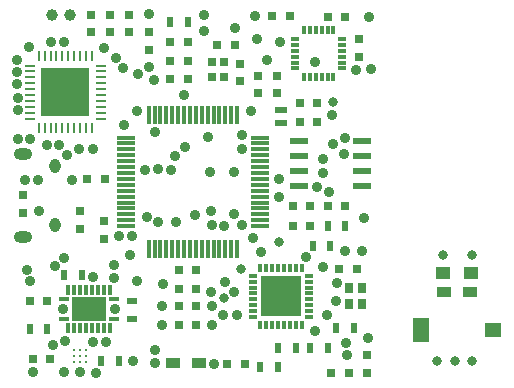
<source format=gbr>
G04 #@! TF.FileFunction,Soldermask,Top*
%FSLAX46Y46*%
G04 Gerber Fmt 4.6, Leading zero omitted, Abs format (unit mm)*
G04 Created by KiCad (PCBNEW (2015-01-16 BZR 5376)-product) date 07/04/2015 12:08:15*
%MOMM*%
G01*
G04 APERTURE LIST*
%ADD10C,0.100000*%
%ADD11O,0.950000X1.250000*%
%ADD12O,1.550000X1.000000*%
%ADD13R,0.300000X0.850000*%
%ADD14R,0.850000X0.300000*%
%ADD15R,3.000000X2.000000*%
%ADD16R,0.750000X0.800000*%
%ADD17R,0.800000X0.750000*%
%ADD18R,1.200000X0.900000*%
%ADD19R,0.500000X0.900000*%
%ADD20R,0.900000X0.500000*%
%ADD21R,1.500000X0.300000*%
%ADD22R,0.300000X1.500000*%
%ADD23C,0.300000*%
%ADD24R,1.550000X0.600000*%
%ADD25R,1.000000X0.500000*%
%ADD26R,0.650000X0.750000*%
%ADD27R,0.800000X0.900000*%
%ADD28O,0.900000X0.250000*%
%ADD29O,0.250000X0.900000*%
%ADD30R,4.150000X4.150000*%
%ADD31C,1.000760*%
%ADD32C,0.800000*%
%ADD33R,0.300000X0.700000*%
%ADD34R,0.700000X0.300000*%
%ADD35R,3.400000X3.400000*%
%ADD36R,0.800000X0.350000*%
%ADD37R,0.350000X0.800000*%
%ADD38R,1.400000X1.200000*%
%ADD39R,1.400000X2.000000*%
%ADD40R,1.250000X1.100000*%
%ADD41C,0.889000*%
G04 APERTURE END LIST*
D10*
D11*
X74200000Y-39000000D03*
X74200000Y-34000000D03*
D12*
X71500000Y-40000000D03*
X71500000Y-33000000D03*
D13*
X75300000Y-44500000D03*
X75800000Y-44500000D03*
X76300000Y-44500000D03*
X76800000Y-44500000D03*
X77300000Y-44500000D03*
X77800000Y-44500000D03*
X78300000Y-44500000D03*
X78800000Y-44500000D03*
X78800000Y-47750000D03*
X78300000Y-47750000D03*
X77800000Y-47750000D03*
X77300000Y-47750000D03*
X76800000Y-47750000D03*
X76300000Y-47750000D03*
X75800000Y-47750000D03*
X75300000Y-47750000D03*
D14*
X74925000Y-45250000D03*
X74925000Y-47000000D03*
X79175000Y-45250000D03*
X79175000Y-47000000D03*
D15*
X77050000Y-46125000D03*
D16*
X91350000Y-27850000D03*
X91350000Y-26350000D03*
D17*
X78425000Y-35100000D03*
X76925000Y-35100000D03*
D16*
X76275000Y-37850000D03*
X76275000Y-39350000D03*
X78325000Y-38700000D03*
X78325000Y-40200000D03*
D17*
X83950000Y-26650000D03*
X85450000Y-26650000D03*
X83950000Y-25100000D03*
X85450000Y-25100000D03*
X83950000Y-23500000D03*
X85450000Y-23500000D03*
X84650000Y-42850000D03*
X86150000Y-42850000D03*
X84650000Y-44400000D03*
X86150000Y-44400000D03*
X84650000Y-45900000D03*
X86150000Y-45900000D03*
X84650000Y-47450000D03*
X86150000Y-47450000D03*
X72025000Y-45425000D03*
X73525000Y-45425000D03*
D16*
X71500000Y-37950000D03*
X71500000Y-36450000D03*
D17*
X73775000Y-50325000D03*
X72275000Y-50325000D03*
X96400000Y-28650000D03*
X94900000Y-28650000D03*
X96400000Y-30250000D03*
X94900000Y-30250000D03*
X89400000Y-23800000D03*
X87900000Y-23800000D03*
D16*
X89850000Y-25350000D03*
X89850000Y-26850000D03*
X99900000Y-24750000D03*
X99900000Y-23250000D03*
D17*
X97250000Y-21350000D03*
X98750000Y-21350000D03*
D16*
X93000000Y-27850000D03*
X93000000Y-26350000D03*
D17*
X94050000Y-21300000D03*
X92550000Y-21300000D03*
D16*
X77250000Y-22700000D03*
X77250000Y-21200000D03*
X78850000Y-22700000D03*
X78850000Y-21200000D03*
X80450000Y-22700000D03*
X80450000Y-21200000D03*
D17*
X98250000Y-42700000D03*
X99750000Y-42700000D03*
X94300000Y-37400000D03*
X95800000Y-37400000D03*
X98750000Y-37400000D03*
X97250000Y-37400000D03*
X94300000Y-39050000D03*
X95800000Y-39050000D03*
X97550000Y-51500000D03*
X99050000Y-51500000D03*
D16*
X100600000Y-51550000D03*
X100600000Y-50050000D03*
D17*
X90250000Y-50750000D03*
X88750000Y-50750000D03*
D18*
X84150000Y-50700000D03*
X86350000Y-50700000D03*
D16*
X82150000Y-22700000D03*
X82150000Y-24200000D03*
D19*
X72025000Y-47800000D03*
X73525000Y-47800000D03*
X97250000Y-39050000D03*
X98750000Y-39050000D03*
X96000000Y-40750000D03*
X97500000Y-40750000D03*
X91550000Y-51050000D03*
X93050000Y-51050000D03*
X93050000Y-49400000D03*
X94550000Y-49400000D03*
X97300000Y-49400000D03*
X95800000Y-49400000D03*
X83950000Y-21850000D03*
X85450000Y-21850000D03*
X74925000Y-43225000D03*
X76425000Y-43225000D03*
D20*
X80700000Y-45450000D03*
X80700000Y-46950000D03*
D19*
X78075000Y-50500000D03*
X79575000Y-50500000D03*
X99450000Y-47700000D03*
X97950000Y-47700000D03*
D21*
X91550000Y-39100000D03*
X91550000Y-38600000D03*
X91550000Y-38100000D03*
X91550000Y-37600000D03*
X91550000Y-37100000D03*
X91550000Y-36600000D03*
X91550000Y-36100000D03*
X91550000Y-35600000D03*
X91550000Y-35100000D03*
X91550000Y-34600000D03*
X91550000Y-34100000D03*
X91550000Y-33600000D03*
X91550000Y-33100000D03*
X91550000Y-32600000D03*
X91550000Y-32100000D03*
X91550000Y-31600000D03*
D22*
X89600000Y-29650000D03*
X89100000Y-29650000D03*
X88600000Y-29650000D03*
X88100000Y-29650000D03*
X87600000Y-29650000D03*
X87100000Y-29650000D03*
X86600000Y-29650000D03*
X86100000Y-29650000D03*
X85600000Y-29650000D03*
X85100000Y-29650000D03*
X84600000Y-29650000D03*
X84100000Y-29650000D03*
X83600000Y-29650000D03*
X83100000Y-29650000D03*
X82600000Y-29650000D03*
X82100000Y-29650000D03*
D21*
X80150000Y-31600000D03*
X80150000Y-32100000D03*
X80150000Y-32600000D03*
X80150000Y-33100000D03*
X80150000Y-33600000D03*
X80150000Y-34100000D03*
X80150000Y-34600000D03*
X80150000Y-35100000D03*
X80150000Y-35600000D03*
X80150000Y-36100000D03*
X80150000Y-36600000D03*
X80150000Y-37100000D03*
X80150000Y-37600000D03*
X80150000Y-38100000D03*
X80150000Y-38600000D03*
X80150000Y-39100000D03*
D22*
X82100000Y-41050000D03*
X82600000Y-41050000D03*
X83100000Y-41050000D03*
X83600000Y-41050000D03*
X84100000Y-41050000D03*
X84600000Y-41050000D03*
X85100000Y-41050000D03*
X85600000Y-41050000D03*
X86100000Y-41050000D03*
X86600000Y-41050000D03*
X87100000Y-41050000D03*
X87600000Y-41050000D03*
X88100000Y-41050000D03*
X88600000Y-41050000D03*
X89100000Y-41050000D03*
X89600000Y-41050000D03*
D23*
X76800000Y-50575000D03*
X76800000Y-50075000D03*
X76800000Y-49575000D03*
X76300000Y-50575000D03*
X76300000Y-50075000D03*
X76300000Y-49575000D03*
X75800000Y-50575000D03*
X75800000Y-50075000D03*
X75800000Y-49575000D03*
D24*
X94800000Y-31895000D03*
X94800000Y-33165000D03*
X94800000Y-34435000D03*
X94800000Y-35705000D03*
X100200000Y-35705000D03*
X100200000Y-34435000D03*
X100200000Y-33165000D03*
X100200000Y-31895000D03*
D25*
X93350000Y-29300000D03*
X93350000Y-30400000D03*
D26*
X88450000Y-25200000D03*
X88450000Y-26500000D03*
X87450000Y-25200000D03*
X87450000Y-26500000D03*
D27*
X99100000Y-45700000D03*
X99100000Y-44300000D03*
X100200000Y-45700000D03*
X100200000Y-44300000D03*
D28*
X72035000Y-25500000D03*
X72035000Y-26000000D03*
X72035000Y-26500000D03*
X72035000Y-27000000D03*
X72035000Y-27500000D03*
X72035000Y-28000000D03*
X72035000Y-28500000D03*
X72035000Y-29000000D03*
X72035000Y-29500000D03*
X72035000Y-30000000D03*
D29*
X72800000Y-30765000D03*
X73300000Y-30765000D03*
X73800000Y-30765000D03*
X74300000Y-30765000D03*
X74800000Y-30765000D03*
X75300000Y-30765000D03*
X75800000Y-30765000D03*
X76300000Y-30765000D03*
X76800000Y-30765000D03*
X77300000Y-30765000D03*
D28*
X78065000Y-30000000D03*
X78065000Y-29500000D03*
X78065000Y-29000000D03*
X78065000Y-28500000D03*
X78065000Y-28000000D03*
X78065000Y-27500000D03*
X78065000Y-27000000D03*
X78065000Y-26500000D03*
X78065000Y-26000000D03*
X78065000Y-25500000D03*
D29*
X77300000Y-24735000D03*
X76800000Y-24735000D03*
X76300000Y-24735000D03*
X75800000Y-24735000D03*
X75300000Y-24735000D03*
X74800000Y-24735000D03*
X74300000Y-24735000D03*
X73800000Y-24735000D03*
X73300000Y-24735000D03*
X72800000Y-24735000D03*
D30*
X75050000Y-27750000D03*
D31*
X73950700Y-21250000D03*
X75449300Y-21250000D03*
D32*
X88450000Y-45200000D03*
X97750000Y-28550000D03*
X93100000Y-40400000D03*
X89950000Y-42700000D03*
X109500000Y-50500000D03*
X108000000Y-50500000D03*
X106500000Y-50500000D03*
X107000000Y-41500000D03*
X109500000Y-41500000D03*
D33*
X95050000Y-42650000D03*
X94550000Y-42650000D03*
X94050000Y-42650000D03*
X93550000Y-42650000D03*
X93050000Y-42650000D03*
X92550000Y-42650000D03*
X92050000Y-42650000D03*
X91550000Y-42650000D03*
X91550000Y-47450000D03*
X92050000Y-47450000D03*
X92550000Y-47450000D03*
X93050000Y-47450000D03*
X93550000Y-47450000D03*
X94050000Y-47450000D03*
X94550000Y-47450000D03*
X95050000Y-47450000D03*
D34*
X90900000Y-43300000D03*
X90900000Y-43800000D03*
X90900000Y-44300000D03*
X90900000Y-44800000D03*
X90900000Y-45300000D03*
X90900000Y-45800000D03*
X90900000Y-46300000D03*
X90900000Y-46800000D03*
X95700000Y-46800000D03*
X95700000Y-46300000D03*
X95700000Y-45800000D03*
X95700000Y-45300000D03*
X95700000Y-44800000D03*
X95700000Y-44300000D03*
X95700000Y-43800000D03*
X95700000Y-43300000D03*
D35*
X93300000Y-45050000D03*
D36*
X98500000Y-25750000D03*
X98500000Y-25250000D03*
X98500000Y-24750000D03*
X98500000Y-24250000D03*
X98500000Y-23750000D03*
X98500000Y-23250000D03*
X94500000Y-23250000D03*
X94500000Y-23750000D03*
X94500000Y-24250000D03*
X94500000Y-24750000D03*
X94500000Y-25250000D03*
X94500000Y-25750000D03*
D37*
X96250000Y-26500000D03*
X96750000Y-26500000D03*
X97250000Y-26500000D03*
X95750000Y-26500000D03*
X97750000Y-26500000D03*
X95250000Y-26500000D03*
X97750000Y-22500000D03*
X97250000Y-22500000D03*
X96750000Y-22500000D03*
X96250000Y-22500000D03*
X95750000Y-22500000D03*
X95250000Y-22500000D03*
D38*
X111300000Y-47900000D03*
D39*
X105200000Y-47900000D03*
D18*
X107100000Y-44700000D03*
X109300000Y-44700000D03*
D40*
X109400000Y-43050000D03*
X107050000Y-43050000D03*
D41*
X74025000Y-49125000D03*
X97400000Y-36250000D03*
X74175000Y-42450000D03*
X74900000Y-41825000D03*
X75050000Y-48800000D03*
X100700000Y-48600000D03*
X98650000Y-33000000D03*
X78350000Y-24000000D03*
X76350000Y-29050000D03*
X72100000Y-31750000D03*
X75200000Y-33100000D03*
X82150000Y-21150000D03*
X87500000Y-47450000D03*
X87500000Y-45900000D03*
X93300000Y-45050000D03*
X98900000Y-50000000D03*
X96900000Y-42600000D03*
X87100000Y-31550000D03*
X86800000Y-22550000D03*
X92150000Y-25050000D03*
X91150000Y-21300000D03*
X89350000Y-34550000D03*
X75050000Y-27750000D03*
X71950000Y-23900000D03*
X72275000Y-51475000D03*
X74850000Y-46125000D03*
X71625000Y-35200000D03*
X72700000Y-35200000D03*
X100200000Y-41200000D03*
X91600000Y-41300000D03*
X87300000Y-34550000D03*
X87650000Y-50750000D03*
X79225000Y-46150000D03*
X96150000Y-25200000D03*
X96850000Y-33450000D03*
X99700000Y-25900000D03*
X98800000Y-49000000D03*
X75625000Y-35200000D03*
X79625000Y-39975000D03*
X97650000Y-29650000D03*
X89450000Y-22350000D03*
X96400000Y-35800000D03*
X80800000Y-50500000D03*
X100750000Y-21350000D03*
X72800000Y-37825000D03*
X77400000Y-43425000D03*
X96200000Y-48000000D03*
X97200000Y-46600000D03*
X71800000Y-42825000D03*
X72025000Y-43775000D03*
X83200000Y-45900000D03*
X85100000Y-28000000D03*
X100900000Y-25800000D03*
X100300000Y-38400000D03*
X84400000Y-38775000D03*
X93200000Y-23550000D03*
X86750000Y-21200000D03*
X98750000Y-31650000D03*
X83200000Y-47450000D03*
X77400000Y-32550000D03*
X76200000Y-32550000D03*
X71050000Y-31750000D03*
X79350000Y-24850000D03*
X95400000Y-41700000D03*
X98700000Y-41200000D03*
X90900000Y-40125000D03*
X82150000Y-25600000D03*
X86000000Y-38150000D03*
X71050000Y-28250000D03*
X71050000Y-29300000D03*
X73800000Y-23550000D03*
X74900000Y-23500000D03*
X98000000Y-45400000D03*
X98075000Y-43925000D03*
X88500000Y-39125000D03*
X87350000Y-44700000D03*
X89350000Y-44700000D03*
X87450000Y-38975000D03*
X87375000Y-37825000D03*
X82875000Y-38750000D03*
X81950000Y-38300000D03*
X97750000Y-32150000D03*
X96850000Y-34600000D03*
X82600000Y-31150000D03*
X82550000Y-26700000D03*
X80000000Y-30550000D03*
X79950000Y-25750000D03*
X82900000Y-34300000D03*
X80550000Y-41500000D03*
X76300000Y-51450000D03*
X80700000Y-39950000D03*
X81775000Y-34350000D03*
X74925000Y-51450000D03*
X77375000Y-48875000D03*
X82625000Y-49575000D03*
X88400000Y-46625000D03*
X89325000Y-38075000D03*
X81150000Y-43750000D03*
X77625000Y-51575000D03*
X84000000Y-34325000D03*
X90800000Y-29350000D03*
X91250000Y-23250000D03*
X81100000Y-29350000D03*
X81200000Y-26250000D03*
X71000000Y-27100000D03*
X71000000Y-25000000D03*
X71000000Y-26050000D03*
X73500000Y-32200000D03*
X74550000Y-32250000D03*
X88600000Y-43800000D03*
X83300000Y-44000000D03*
X89550000Y-46625000D03*
X82650000Y-50700000D03*
X78475000Y-48875000D03*
X90050000Y-38975000D03*
X79200000Y-42400000D03*
X84300000Y-33200000D03*
X79200000Y-43500000D03*
X85200000Y-32400000D03*
X90000000Y-31350000D03*
X90000000Y-32550000D03*
X93100000Y-35100000D03*
X93150000Y-36600000D03*
M02*

</source>
